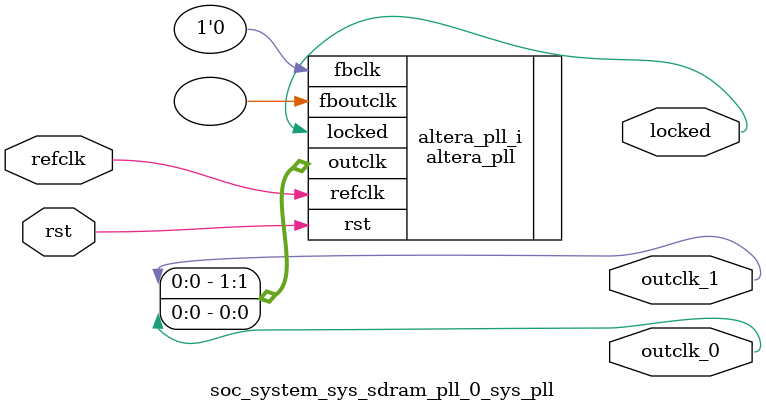
<source format=v>
`timescale 1ns/10ps
module  soc_system_sys_sdram_pll_0_sys_pll(

	// interface 'refclk'
	input wire refclk,

	// interface 'reset'
	input wire rst,

	// interface 'outclk0'
	output wire outclk_0,

	// interface 'outclk1'
	output wire outclk_1,

	// interface 'locked'
	output wire locked
);

	altera_pll #(
		.fractional_vco_multiplier("false"),
		.reference_clock_frequency("50.0 MHz"),
		.operation_mode("direct"),
		.number_of_clocks(2),
		.output_clock_frequency0("133.000000 MHz"),
		.phase_shift0("0 ps"),
		.duty_cycle0(50),
		.output_clock_frequency1("133.000000 MHz"),
		.phase_shift1("-3007 ps"),
		.duty_cycle1(50),
		.output_clock_frequency2("0 MHz"),
		.phase_shift2("0 ps"),
		.duty_cycle2(50),
		.output_clock_frequency3("0 MHz"),
		.phase_shift3("0 ps"),
		.duty_cycle3(50),
		.output_clock_frequency4("0 MHz"),
		.phase_shift4("0 ps"),
		.duty_cycle4(50),
		.output_clock_frequency5("0 MHz"),
		.phase_shift5("0 ps"),
		.duty_cycle5(50),
		.output_clock_frequency6("0 MHz"),
		.phase_shift6("0 ps"),
		.duty_cycle6(50),
		.output_clock_frequency7("0 MHz"),
		.phase_shift7("0 ps"),
		.duty_cycle7(50),
		.output_clock_frequency8("0 MHz"),
		.phase_shift8("0 ps"),
		.duty_cycle8(50),
		.output_clock_frequency9("0 MHz"),
		.phase_shift9("0 ps"),
		.duty_cycle9(50),
		.output_clock_frequency10("0 MHz"),
		.phase_shift10("0 ps"),
		.duty_cycle10(50),
		.output_clock_frequency11("0 MHz"),
		.phase_shift11("0 ps"),
		.duty_cycle11(50),
		.output_clock_frequency12("0 MHz"),
		.phase_shift12("0 ps"),
		.duty_cycle12(50),
		.output_clock_frequency13("0 MHz"),
		.phase_shift13("0 ps"),
		.duty_cycle13(50),
		.output_clock_frequency14("0 MHz"),
		.phase_shift14("0 ps"),
		.duty_cycle14(50),
		.output_clock_frequency15("0 MHz"),
		.phase_shift15("0 ps"),
		.duty_cycle15(50),
		.output_clock_frequency16("0 MHz"),
		.phase_shift16("0 ps"),
		.duty_cycle16(50),
		.output_clock_frequency17("0 MHz"),
		.phase_shift17("0 ps"),
		.duty_cycle17(50),
		.pll_type("General"),
		.pll_subtype("General")
	) altera_pll_i (
		.rst	(rst),
		.outclk	({outclk_1, outclk_0}),
		.locked	(locked),
		.fboutclk	( ),
		.fbclk	(1'b0),
		.refclk	(refclk)
	);
endmodule


</source>
